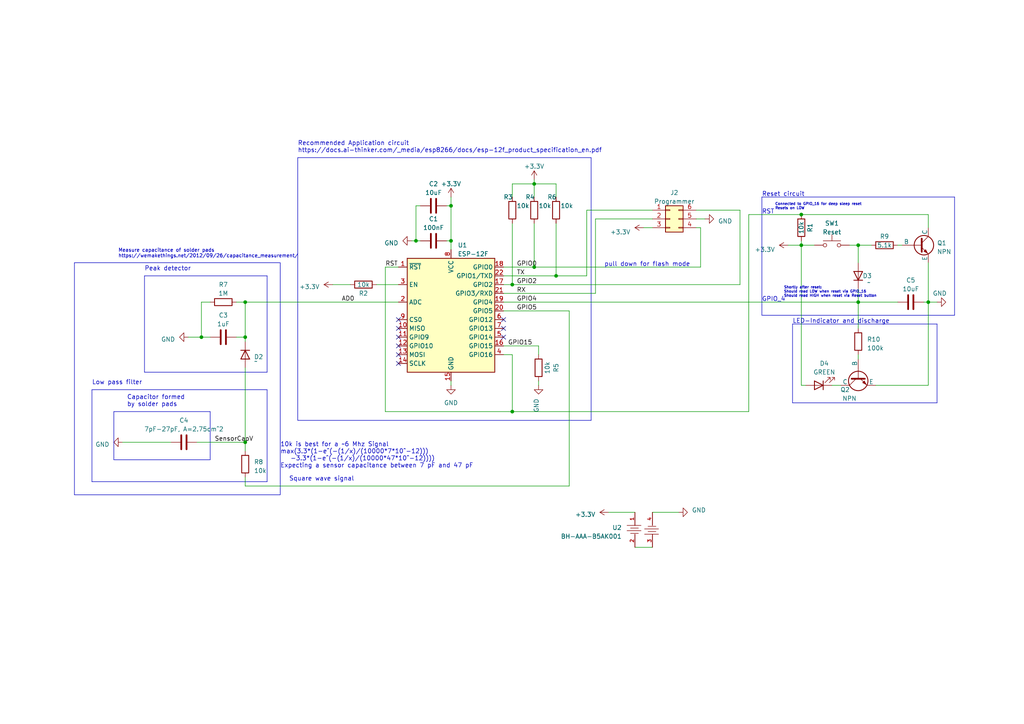
<source format=kicad_sch>
(kicad_sch (version 20230121) (generator eeschema)
  (paper "A4")
  (title_block (title "ES-Plant") (date "2023-05-12") (rev "1.0"))
  (lib_symbols
    (symbol "Connector_Generic:Conn_02x03_Counter_Clockwise" (pin_names (offset 1.016) hide)
      (property "Reference" "J" (at 1.27 5.08 0))
      (property "Value" "Conn_02x03_Counter_Clockwise" (at 1.27 -5.08 0))
      (symbol "Conn_02x03_Counter_Clockwise_1_1"
        (rectangle (start -1.27 -2.413) (end 0 -2.667) (stroke (width 0.1524)))
        (rectangle (start -1.27 0.127) (end 0 -0.127) (stroke (width 0.1524)))
        (rectangle (start -1.27 2.667) (end 0 2.413) (stroke (width 0.1524)))
        (rectangle (start -1.27 3.81) (end 3.81 -3.81) (stroke (width 0.254)) (fill (type background)))
        (rectangle (start 3.81 -2.413) (end 2.54 -2.667) (stroke (width 0.1524)))
        (rectangle (start 3.81 0.127) (end 2.54 -0.127) (stroke (width 0.1524)))
        (rectangle (start 3.81 2.667) (end 2.54 2.413) (stroke (width 0.1524)))
        (pin passive line (at -5.08 2.54 0) (length 3.81) (name "Pin_1") (number "1"))
        (pin passive line (at -5.08 0 0) (length 3.81) (name "Pin_2") (number "2"))
        (pin passive line (at -5.08 -2.54 0) (length 3.81) (name "Pin_3") (number "3"))
        (pin passive line (at 7.62 -2.54 180) (length 3.81) (name "Pin_4") (number "4"))
        (pin passive line (at 7.62 0 180) (length 3.81) (name "Pin_5") (number "5"))
        (pin passive line (at 7.62 2.54 180) (length 3.81) (name "Pin_6") (number "6"))
      )
    )
    (symbol "Custom_Parts:BH-AAA-B5AK001" (pin_names hide)
      (property "Reference" "U" (at 0 1.27 0))
      (property "Value" "BH-AAA-B5AK001" (at 0 -5.08 0))
      (symbol "BH-AAA-B5AK001_0_1"
        (polyline (pts (xy -1.27 -0.254) (xy -1.27 -4.318)))
        (polyline (pts (xy -1.016 3.81) (xy -1.016 1.524)))
        (polyline (pts (xy -0.508 -1.27) (xy -0.508 -3.556)))
        (polyline (pts (xy -0.254 4.826) (xy -0.254 0.762)))
        (polyline (pts (xy 0.254 -0.254) (xy 0.254 -4.318)))
        (polyline (pts (xy 0.508 3.81) (xy 0.508 1.524)))
        (polyline (pts (xy 1.016 -1.27) (xy 1.016 -3.556)))
        (polyline (pts (xy 1.27 4.826) (xy 1.27 0.762)))
      )
      (symbol "BH-AAA-B5AK001_1_1"
        (pin power_out line (at 5.08 2.54 180) (length 3.81) (name "+") (number "1"))
        (pin power_in line (at -5.08 2.54 0) (length 3.81) (name "-") (number "2"))
        (pin power_out line (at -5.08 -2.54 0) (length 3.81) (name "+") (number "3"))
        (pin power_out line (at 5.08 -2.54 180) (length 3.81) (name "-") (number "4"))
      )
    )
    (symbol "Device:C" (pin_numbers hide) (pin_names (offset 0.254))
      (property "Reference" "C" (at 0.635 2.54 0))
      (property "Value" "C" (at 0.635 -2.54 0))
      (symbol "C_0_1"
        (polyline (pts (xy -2.032 -0.762) (xy 2.032 -0.762)) (stroke (width 0.508)))
        (polyline (pts (xy -2.032 0.762) (xy 2.032 0.762)) (stroke (width 0.508)))
      )
      (symbol "C_1_1"
        (pin passive line (at 0 3.81 270) (length 2.794) (name "~") (number "1"))
        (pin passive line (at 0 -3.81 90) (length 2.794) (name "~") (number "2"))
      )
    )
    (symbol "Device:D" (pin_numbers hide) (pin_names (offset 1.016) hide)
      (property "Reference" "D" (at 0 2.54 0))
      (property "Value" "D" (at 0 -2.54 0))
      (symbol "D_0_1"
        (polyline (pts (xy -1.27 1.27) (xy -1.27 -1.27)) (stroke (width 0.254)))
        (polyline (pts (xy 1.27 0) (xy -1.27 0)))
        (polyline (pts (xy 1.27 1.27) (xy 1.27 -1.27) (xy -1.27 0) (xy 1.27 1.27)) (stroke (width 0.254)))
      )
      (symbol "D_1_1"
        (pin passive line (at -3.81 0 0) (length 2.54) (name "K") (number "1"))
        (pin passive line (at 3.81 0 180) (length 2.54) (name "A") (number "2"))
      )
    )
    (symbol "Device:LED" (pin_numbers hide) (pin_names (offset 1.016) hide)
      (property "Reference" "D" (at 0 2.54 0))
      (property "Value" "LED" (at 0 -2.54 0))
      (symbol "LED_0_1"
        (polyline (pts (xy -1.27 -1.27) (xy -1.27 1.27)) (stroke (width 0.254)))
        (polyline (pts (xy -1.27 0) (xy 1.27 0)))
        (polyline (pts (xy 1.27 -1.27) (xy 1.27 1.27) (xy -1.27 0) (xy 1.27 -1.27)) (stroke (width 0.254)))
        (polyline (pts (xy -3.048 -0.762) (xy -4.572 -2.286) (xy -3.81 -2.286) (xy -4.572 -2.286) (xy -4.572 -1.524)))
        (polyline (pts (xy -1.778 -0.762) (xy -3.302 -2.286) (xy -2.54 -2.286) (xy -3.302 -2.286) (xy -3.302 -1.524)))
      )
      (symbol "LED_1_1"
        (pin passive line (at -3.81 0 0) (length 2.54) (name "K") (number "1"))
        (pin passive line (at 3.81 0 180) (length 2.54) (name "A") (number "2"))
      )
    )
    (symbol "Device:R" (pin_numbers hide) (pin_names (offset 0))
      (property "Reference" "R" (at 2.032 0 90))
      (property "Value" "R" (at 0 0 90))
      (symbol "R_0_1"
        (rectangle (start -1.016 -2.54) (end 1.016 2.54) (stroke (width 0.254)))
      )
      (symbol "R_1_1"
        (pin passive line (at 0 3.81 270) (length 1.27) (name "~") (number "1"))
        (pin passive line (at 0 -3.81 90) (length 1.27) (name "~") (number "2"))
      )
    )
    (symbol "RF_Module:ESP-12F"
      (property "Reference" "U" (at -12.7 19.05 0))
      (property "Value" "ESP-12F" (at 12.7 19.05 0))
      (symbol "ESP-12F_0_1"
        (rectangle (start -12.7 17.78) (end 12.7 -15.24) (stroke (width 0.254)) (fill (type background)))
      )
      (symbol "ESP-12F_1_1"
        (pin input line (at -15.24 15.24 0) (length 2.54) (name "~{RST}") (number "1"))
        (pin bidirectional line (at -15.24 -2.54 0) (length 2.54) (name "MISO") (number "10"))
        (pin bidirectional line (at -15.24 -5.08 0) (length 2.54) (name "GPIO9") (number "11"))
        (pin bidirectional line (at -15.24 -7.62 0) (length 2.54) (name "GPIO10") (number "12"))
        (pin bidirectional line (at -15.24 -10.16 0) (length 2.54) (name "MOSI") (number "13"))
        (pin bidirectional line (at -15.24 -12.7 0) (length 2.54) (name "SCLK") (number "14"))
        (pin power_in line (at 0 -17.78 90) (length 2.54) (name "GND") (number "15"))
        (pin bidirectional line (at 15.24 -7.62 180) (length 2.54) (name "GPIO15") (number "16"))
        (pin bidirectional line (at 15.24 10.16 180) (length 2.54) (name "GPIO2") (number "17"))
        (pin bidirectional line (at 15.24 15.24 180) (length 2.54) (name "GPIO0") (number "18"))
        (pin bidirectional line (at 15.24 5.08 180) (length 2.54) (name "GPIO4") (number "19"))
        (pin input line (at -15.24 5.08 0) (length 2.54) (name "ADC") (number "2"))
        (pin bidirectional line (at 15.24 2.54 180) (length 2.54) (name "GPIO5") (number "20"))
        (pin bidirectional line (at 15.24 7.62 180) (length 2.54) (name "GPIO3/RXD") (number "21"))
        (pin bidirectional line (at 15.24 12.7 180) (length 2.54) (name "GPIO1/TXD") (number "22"))
        (pin input line (at -15.24 10.16 0) (length 2.54) (name "EN") (number "3"))
        (pin bidirectional line (at 15.24 -10.16 180) (length 2.54) (name "GPIO16") (number "4"))
        (pin bidirectional line (at 15.24 -5.08 180) (length 2.54) (name "GPIO14") (number "5"))
        (pin bidirectional line (at 15.24 0 180) (length 2.54) (name "GPIO12") (number "6"))
        (pin bidirectional line (at 15.24 -2.54 180) (length 2.54) (name "GPIO13") (number "7"))
        (pin power_in line (at 0 20.32 270) (length 2.54) (name "VCC") (number "8"))
        (pin input line (at -15.24 0 0) (length 2.54) (name "CS0") (number "9"))
      )
    )
    (symbol "Simulation_SPICE:NPN" (pin_numbers hide) (pin_names (offset 0))
      (property "Reference" "Q" (at -2.54 7.62 0))
      (property "Value" "NPN" (at -2.54 5.08 0))
      (symbol "NPN_0_1"
        (polyline (pts (xy -2.54 0) (xy 0.635 0)) (stroke (width 0.1524)))
        (polyline (pts (xy 0.635 0.635) (xy 2.54 2.54)))
        (polyline (pts (xy 2.794 -1.27) (xy 2.794 -1.27)) (stroke (width 0.1524)))
        (polyline (pts (xy 2.794 -1.27) (xy 2.794 -1.27)) (stroke (width 0.1524)))
        (polyline (pts (xy 0.635 -0.635) (xy 2.54 -2.54) (xy 2.54 -2.54)))
        (polyline (pts (xy 0.635 1.905) (xy 0.635 -1.905) (xy 0.635 -1.905)) (stroke (width 0.508)))
        (polyline (pts (xy 1.27 -1.778) (xy 1.778 -1.27) (xy 2.286 -2.286) (xy 1.27 -1.778) (xy 1.27 -1.778)) (fill (type outline)))
        (circle (center 1.27 0) (radius 2.8194) (stroke (width 0.254)))
      )
      (symbol "NPN_1_1"
        (pin open_collector line (at 2.54 5.08 270) (length 2.54) (name "C") (number "1"))
        (pin input line (at -5.08 0 0) (length 2.54) (name "B") (number "2"))
        (pin open_emitter line (at 2.54 -5.08 90) (length 2.54) (name "E") (number "3"))
      )
    )
    (symbol "Switch:SW_Push" (pin_numbers hide) (pin_names (offset 1.016) hide)
      (property "Reference" "SW" (at 1.27 2.54 0))
      (property "Value" "SW_Push" (at 0 -1.524 0))
      (symbol "SW_Push_0_1"
        (circle (center -2.032 0) (radius 0.508))
        (polyline (pts (xy 0 1.27) (xy 0 3.048)))
        (polyline (pts (xy 2.54 1.27) (xy -2.54 1.27)))
        (circle (center 2.032 0) (radius 0.508))
        (pin passive line (at -5.08 0 0) (length 2.54) (name "1") (number "1"))
        (pin passive line (at 5.08 0 180) (length 2.54) (name "2") (number "2"))
      )
    )
    (symbol "power:+3.3V" (power) (pin_names (offset 0))
      (property "Value" "+3.3V" (at 0 3.556 0))
      (symbol "+3.3V_0_1"
        (polyline (pts (xy -0.762 1.27) (xy 0 2.54)))
        (polyline (pts (xy 0 0) (xy 0 2.54)))
        (polyline (pts (xy 0 2.54) (xy 0.762 1.27)))
      )
      (symbol "+3.3V_1_1"
        (pin power_in line (at 0 0 90) (length 0) hide (name "+3.3V") (number "1"))
      )
    )
    (symbol "power:GND" (power) (pin_names (offset 0))
      (property "Value" "GND" (at 0 -3.81 0))
      (symbol "GND_0_1"
        (polyline (pts (xy 0 0) (xy 0 -1.27) (xy 1.27 -1.27) (xy 0 -2.54) (xy -1.27 -1.27) (xy 0 -1.27)))
      )
      (symbol "GND_1_1"
        (pin power_in line (at 0 0 270) (length 0) hide (name "GND") (number "1"))
      )
    )
  )
  (junction (at 154.94 77.47))
  (junction (at 130.81 69.85))
  (junction (at 161.29 80.01))
  (junction (at 248.92 71.12))
  (junction (at 232.41 71.12))
  (junction (at 120.65 69.85))
  (junction (at 148.59 82.55))
  (junction (at 58.42 97.79))
  (junction (at 269.24 87.63))
  (junction (at 154.94 53.34))
  (junction (at 232.41 62.23))
  (junction (at 148.59 119.38))
  (junction (at 71.12 128.27))
  (junction (at 71.12 97.79))
  (junction (at 130.81 59.69))
  (junction (at 71.12 87.63))
  (junction (at 248.92 87.63))
  (no_connect (at 115.57 105.41))
  (no_connect (at 115.57 97.79))
  (no_connect (at 115.57 102.87))
  (no_connect (at 146.05 95.25))
  (no_connect (at 115.57 92.71))
  (no_connect (at 115.57 100.33))
  (no_connect (at 146.05 92.71))
  (no_connect (at 146.05 97.79))
  (no_connect (at 115.57 95.25))
  (wire (pts (xy 120.65 69.85) (xy 121.92 69.85)))
  (polyline (pts (xy 26.67 139.7) (xy 77.47 139.7)))
  (polyline (pts (xy 33.02 119.38) (xy 33.02 133.35)))
  (wire (pts (xy 269.24 62.23) (xy 269.24 66.04)))
  (wire (pts (xy 246.38 71.12) (xy 248.92 71.12)))
  (wire (pts (xy 148.59 64.77) (xy 148.59 82.55)))
  (wire (pts (xy 154.94 64.77) (xy 154.94 77.47)))
  (wire (pts (xy 148.59 102.87) (xy 148.59 119.38)))
  (wire (pts (xy 111.76 77.47) (xy 111.76 119.38)))
  (polyline (pts (xy 60.96 133.35) (xy 60.96 119.38)))
  (polyline (pts (xy 276.86 91.44) (xy 220.98 91.44)))
  (wire (pts (xy 232.41 62.23) (xy 269.24 62.23)))
  (wire (pts (xy 203.2 66.04) (xy 201.93 66.04)))
  (wire (pts (xy 148.59 82.55) (xy 214.63 82.55)))
  (polyline (pts (xy 21.59 76.2) (xy 81.28 76.2)))
  (wire (pts (xy 156.21 102.87) (xy 156.21 100.33)))
  (wire (pts (xy 58.42 97.79) (xy 60.96 97.79)))
  (wire (pts (xy 109.22 82.55) (xy 115.57 82.55)))
  (wire (pts (xy 71.12 138.43) (xy 71.12 140.97)))
  (wire (pts (xy 232.41 69.85) (xy 232.41 71.12)))
  (wire (pts (xy 130.81 57.15) (xy 130.81 59.69)))
  (wire (pts (xy 269.24 87.63) (xy 269.24 111.76)))
  (wire (pts (xy 119.38 69.85) (xy 120.65 69.85)))
  (wire (pts (xy 248.92 87.63) (xy 248.92 95.25)))
  (wire (pts (xy 189.23 148.59) (xy 196.85 148.59)))
  (wire (pts (xy 203.2 77.47) (xy 203.2 66.04)))
  (wire (pts (xy 57.15 128.27) (xy 71.12 128.27)))
  (wire (pts (xy 217.17 62.23) (xy 232.41 62.23)))
  (wire (pts (xy 232.41 111.76) (xy 233.68 111.76)))
  (wire (pts (xy 172.72 63.5) (xy 189.23 63.5)))
  (polyline (pts (xy 271.78 93.98) (xy 271.78 116.84)))
  (wire (pts (xy 248.92 83.82) (xy 248.92 87.63)))
  (polyline (pts (xy 271.78 116.84) (xy 229.87 116.84)))
  (wire (pts (xy 146.05 87.63) (xy 248.92 87.63)))
  (wire (pts (xy 146.05 102.87) (xy 148.59 102.87)))
  (wire (pts (xy 129.54 59.69) (xy 130.81 59.69)))
  (wire (pts (xy 232.41 71.12) (xy 232.41 111.76)))
  (wire (pts (xy 68.58 87.63) (xy 71.12 87.63)))
  (polyline (pts (xy 21.59 143.51) (xy 81.28 143.51)))
  (wire (pts (xy 120.65 59.69) (xy 120.65 69.85)))
  (wire (pts (xy 96.52 82.55) (xy 101.6 82.55)))
  (wire (pts (xy 71.12 87.63) (xy 115.57 87.63)))
  (wire (pts (xy 161.29 80.01) (xy 170.18 80.01)))
  (wire (pts (xy 60.96 87.63) (xy 58.42 87.63)))
  (wire (pts (xy 201.93 63.5) (xy 204.47 63.5)))
  (wire (pts (xy 254 111.76) (xy 269.24 111.76)))
  (wire (pts (xy 154.94 53.34) (xy 154.94 57.15)))
  (wire (pts (xy 165.1 90.17) (xy 165.1 140.97)))
  (wire (pts (xy 176.53 148.59) (xy 184.15 148.59)))
  (wire (pts (xy 54.61 97.79) (xy 58.42 97.79)))
  (wire (pts (xy 228.6 71.12) (xy 232.41 71.12)))
  (wire (pts (xy 146.05 90.17) (xy 165.1 90.17)))
  (wire (pts (xy 148.59 53.34) (xy 148.59 57.15)))
  (wire (pts (xy 241.3 111.76) (xy 243.84 111.76)))
  (wire (pts (xy 146.05 77.47) (xy 154.94 77.47)))
  (wire (pts (xy 170.18 80.01) (xy 170.18 60.96)))
  (wire (pts (xy 121.92 59.69) (xy 120.65 59.69)))
  (wire (pts (xy 111.76 77.47) (xy 115.57 77.47)))
  (polyline (pts (xy 220.98 57.15) (xy 220.98 91.44)))
  (polyline (pts (xy 276.86 57.15) (xy 276.86 91.44)))
  (polyline (pts (xy 171.45 121.92) (xy 171.45 45.72)))
  (wire (pts (xy 214.63 82.55) (xy 214.63 60.96)))
  (wire (pts (xy 161.29 53.34) (xy 161.29 57.15)))
  (polyline (pts (xy 229.87 93.98) (xy 271.78 93.98)))
  (wire (pts (xy 35.56 128.27) (xy 49.53 128.27)))
  (wire (pts (xy 248.92 71.12) (xy 248.92 76.2)))
  (wire (pts (xy 146.05 82.55) (xy 148.59 82.55)))
  (wire (pts (xy 148.59 53.34) (xy 154.94 53.34)))
  (polyline (pts (xy 86.36 45.72) (xy 171.45 45.72)))
  (polyline (pts (xy 26.67 113.03) (xy 77.47 113.03)))
  (wire (pts (xy 130.81 69.85) (xy 130.81 72.39)))
  (wire (pts (xy 170.18 60.96) (xy 189.23 60.96)))
  (wire (pts (xy 248.92 87.63) (xy 260.35 87.63)))
  (polyline (pts (xy 220.98 57.15) (xy 276.86 57.15)))
  (wire (pts (xy 146.05 85.09) (xy 172.72 85.09)))
  (wire (pts (xy 130.81 59.69) (xy 130.81 69.85)))
  (wire (pts (xy 232.41 71.12) (xy 236.22 71.12)))
  (polyline (pts (xy 21.59 143.51) (xy 21.59 76.2)))
  (wire (pts (xy 71.12 87.63) (xy 71.12 97.79)))
  (wire (pts (xy 129.54 69.85) (xy 130.81 69.85)))
  (polyline (pts (xy 33.02 119.38) (xy 60.96 119.38)))
  (polyline (pts (xy 86.36 121.92) (xy 171.45 121.92)))
  (wire (pts (xy 248.92 102.87) (xy 248.92 104.14)))
  (polyline (pts (xy 26.67 113.03) (xy 26.67 139.7)))
  (wire (pts (xy 260.35 71.12) (xy 261.62 71.12)))
  (wire (pts (xy 165.1 140.97) (xy 71.12 140.97)))
  (polyline (pts (xy 229.87 93.98) (xy 229.87 116.84)))
  (wire (pts (xy 186.69 66.04) (xy 189.23 66.04)))
  (wire (pts (xy 68.58 97.79) (xy 71.12 97.79)))
  (polyline (pts (xy 33.02 133.35) (xy 60.96 133.35)))
  (polyline (pts (xy 86.36 45.72) (xy 86.36 121.92)))
  (polyline (pts (xy 41.91 107.95) (xy 77.47 107.95)))
  (polyline (pts (xy 41.91 80.01) (xy 41.91 107.95)))
  (wire (pts (xy 71.12 128.27) (xy 71.12 130.81)))
  (wire (pts (xy 248.92 71.12) (xy 252.73 71.12)))
  (wire (pts (xy 71.12 97.79) (xy 71.12 99.06)))
  (wire (pts (xy 130.81 110.49) (xy 130.81 111.76)))
  (wire (pts (xy 154.94 52.07) (xy 154.94 53.34)))
  (wire (pts (xy 184.15 158.75) (xy 189.23 158.75)))
  (wire (pts (xy 172.72 63.5) (xy 172.72 85.09)))
  (wire (pts (xy 156.21 110.49) (xy 156.21 111.76)))
  (wire (pts (xy 148.59 119.38) (xy 217.17 119.38)))
  (wire (pts (xy 71.12 106.68) (xy 71.12 128.27)))
  (wire (pts (xy 146.05 100.33) (xy 156.21 100.33)))
  (wire (pts (xy 154.94 77.47) (xy 203.2 77.47)))
  (wire (pts (xy 58.42 87.63) (xy 58.42 97.79)))
  (wire (pts (xy 154.94 53.34) (xy 161.29 53.34)))
  (wire (pts (xy 269.24 76.2) (xy 269.24 87.63)))
  (polyline (pts (xy 77.47 80.01) (xy 41.91 80.01)))
  (wire (pts (xy 161.29 64.77) (xy 161.29 80.01)))
  (wire (pts (xy 217.17 62.23) (xy 217.17 119.38)))
  (polyline (pts (xy 77.47 139.7) (xy 77.47 113.03)))
  (wire (pts (xy 269.24 87.63) (xy 271.78 87.63)))
  (polyline (pts (xy 77.47 80.01) (xy 77.47 107.95)))
  (wire (pts (xy 214.63 60.96) (xy 201.93 60.96)))
  (wire (pts (xy 267.97 87.63) (xy 269.24 87.63)))
  (wire (pts (xy 148.59 119.38) (xy 111.76 119.38)))
  (wire (pts (xy 146.05 80.01) (xy 161.29 80.01)))
  (polyline (pts (xy 81.28 76.2) (xy 81.28 143.51)))
  (text "Capacitor formed\nby solder pads" (at 36.83 118.11 0) (effects (font (size 1.27 1.27)) (justify left bottom)))
  (text "Square wave signal" (at 83.82 139.7 0) (effects (font (size 1.27 1.27)) (justify left bottom)))
  (text "10k is best for a ~6 Mhz Signal\nmax(3.3*(1-e^(-(1/x)/(10000*7*10^-12)))\n   -3.3*(1-e^(-(1/x)/(10000*47*10^-12))))\nExpecting a sensor capacitance between 7 pF and 47 pF" (at 81.28 135.89 0) (effects (font (size 1.27 1.27)) (justify left bottom)))
  (text "Connected to GPIO_16 for deep sleep reset\nResets on LOW" (at 224.79 60.96 0) (effects (font (size 0.75 0.75)) (justify left bottom)))
  (text "Shortly after reset:\nShould read LOW when reset via GPIO_16\nShould read HIGH when reset via Reset button" (at 227.33 86.36 0) (effects (font (size 0.75 0.75)) (justify left bottom)))
  (text "Recommended Application circuit\nhttps://docs.ai-thinker.com/_media/esp8266/docs/esp-12f_product_specification_en.pdf" (at 86.36 44.45 0) (effects (font (size 1.27 1.27)) (justify left bottom)))
  (text "GPIO_4" (at 220.98 87.63 0) (effects (font (size 1.27 1.27)) (justify left bottom)))
  (text "Measure capacitance of solder pads\nhttps://wemakethings.net/2012/09/26/capacitance_measurement/" (at 34.29 74.93 0) (effects (font (size 1 1)) (justify left bottom)))
  (text "Peak detector" (at 41.91 78.74 0) (effects (font (size 1.27 1.27)) (justify left bottom)))
  (text "RST" (at 220.98 62.23 0) (effects (font (size 1.27 1.27)) (justify left bottom)))
  (text "pull down for flash mode" (at 175.26 77.47 0) (effects (font (size 1.27 1.27)) (justify left bottom)))
  (text "Low pass filter" (at 26.67 111.76 0) (effects (font (size 1.27 1.27)) (justify left bottom)))
  (text "LED-Indicator and discharge" (at 229.87 93.98 0) (effects (font (size 1.27 1.27)) (justify left bottom)))
  (text "Reset circuit" (at 220.98 57.15 0) (effects (font (size 1.27 1.27)) (justify left bottom)))
  (label "GPIO15" (at 147.32 100.33 0))
  (label "AD0" (at 99.06 87.63 0))
  (label "TX" (at 149.86 80.01 0))
  (label "GPIO0" (at 149.86 77.47 0))
  (label "SensorCapV" (at 62.23 128.27 0))
  (label "RX" (at 149.86 85.09 0))
  (label "GPIO5" (at 149.86 90.17 0))
  (label "RST" (at 111.76 77.47 0))
  (label "GPIO2" (at 149.86 82.55 0))
  (label "GPIO4" (at 149.86 87.63 0))
  (symbol (lib_id "Device:R") (at 232.41 66.04 180) (unit 1)
    (property "Reference" "R1" (at 234.95 66.04 90))
    (property "Value" "10k" (at 232.41 66.04 90))
    (property "Footprint" "Resistor_SMD:R_0402_1005Metric" (effects hide))
    (property "LCSC" "C25744" (effects hide))
    (property "MPN" "C25744" (effects hide))
  )
  (symbol (lib_id "Connector_Generic:Conn_02x03_Counter_Clockwise") (at 194.31 63.5 0) (unit 1) (in_bom no)
    (property "Reference" "J2" (at 195.58 55.88 0))
    (property "Value" "Programmer" (at 195.58 58.42 0))
    (property "Footprint" "Connector_PinHeader_2.54mm:PinHeader_2x03_P2.54mm_Vertical" (effects hide))
  )
  (symbol (lib_id "Simulation_SPICE:NPN") (at 266.7 71.12 0) (unit 1)
    (property "Reference" "Q1" (at 271.78 70.485 0) (effects (justify left)))
    (property "Value" "NPN" (at 271.78 73.025 0) (effects (justify left)))
    (property "Footprint" "Package_TO_SOT_SMD:SOT-23" (effects hide))
    (property "Sim.Device" "NPN" (effects hide))
    (property "Sim.Type" "GUMMELPOON" (effects hide))
    (property "Sim.Pins" "1=C 2=B 3=E" (effects hide))
    (property "LCSC" "C2146" (effects hide))
    (property "MPN" "C2146" (effects hide))
    (property "JLCPCB Rotation Offset" "180" (effects hide))
  )
  (symbol (lib_id "Switch:SW_Push") (at 241.3 71.12 0) (unit 1)
    (property "Reference" "SW1" (at 241.3 64.77 0))
    (property "Value" "Reset" (at 241.3 67.31 0))
    (property "Footprint" "CustomFootprints:SW_Push_1P1T_XKB_TS-1187A" (effects hide))
    (property "LCSC" "C318884" (effects hide))
    (property "MPN" "C318884" (effects hide))
  )
  (symbol (lib_id "power:GND") (at 54.61 97.79 270) (unit 1)
    (property "Reference" "#PWR013" (effects hide))
    (property "Value" "GND" (at 50.8 98.425 90) (effects (justify right)))
  )
  (symbol (lib_id "Device:D") (at 248.92 80.01 90) (unit 1)
    (property "Reference" "D3" (at 250.19 80.01 90) (effects (justify right)))
    (property "Value" "~" (at 251.46 81.915 90) (effects (justify right)))
    (property "Footprint" "Diode_SMD:D_SOD-123F" (effects hide))
    (property "Sim.Device" "D" (effects hide))
    (property "Sim.Pins" "1=K 2=A" (effects hide))
    (property "LCSC" "C81598" (effects hide))
    (property "MPN" "C81598" (effects hide))
  )
  (symbol (lib_id "power:+3.3V") (at 186.69 66.04 90) (unit 1)
    (property "Reference" "#PWR06" (effects hide))
    (property "Value" "+3.3V" (at 182.88 67.31 90) (effects (justify left)))
  )
  (symbol (lib_id "Device:C") (at 125.73 69.85 90) (unit 1)
    (property "Reference" "C1" (at 125.73 63.5 90))
    (property "Value" "100nF" (at 125.73 66.04 90))
    (property "Footprint" "Capacitor_SMD:C_0402_1005Metric" (effects hide))
    (property "LCSC" "C1525" (effects hide))
    (property "MPN" "C1525" (effects hide))
  )
  (symbol (lib_id "Device:R") (at 148.59 60.96 0) (unit 1)
    (property "Reference" "R3" (at 146.05 57.15 0) (effects (justify left)))
    (property "Value" "10k" (at 149.86 59.69 0) (effects (justify left)))
    (property "Footprint" "Resistor_SMD:R_0402_1005Metric" (effects hide))
    (property "LCSC" "C25744" (effects hide))
    (property "MPN" "C25744" (effects hide))
  )
  (symbol (lib_id "power:+3.3V") (at 130.81 57.15 0) (unit 1)
    (property "Reference" "#PWR01" (effects hide))
    (property "Value" "+3.3V" (at 130.81 53.34 0))
  )
  (symbol (lib_id "power:GND") (at 35.56 128.27 270) (unit 1)
    (property "Reference" "#PWR014" (effects hide))
    (property "Value" "GND" (at 31.75 128.905 90) (effects (justify right)))
  )
  (symbol (lib_id "power:GND") (at 156.21 111.76 0) (unit 1)
    (property "Reference" "#PWR012" (effects hide))
    (property "Value" "GND" (at 155.575 115.57 90) (effects (justify right)))
  )
  (symbol (lib_id "power:GND") (at 130.81 111.76 0) (unit 1)
    (property "Reference" "#PWR02" (effects hide))
    (property "Value" "GND" (at 130.81 116.84 0))
  )
  (symbol (lib_id "power:GND") (at 119.38 69.85 270) (unit 1)
    (property "Reference" "#PWR03" (effects hide))
    (property "Value" "GND" (at 115.57 70.485 90) (effects (justify right)))
  )
  (symbol (lib_id "power:GND") (at 196.85 148.59 90) (unit 1)
    (property "Reference" "#PWR07" (effects hide))
    (property "Value" "GND" (at 200.66 147.955 90) (effects (justify right)))
  )
  (symbol (lib_id "power:+3.3V") (at 154.94 52.07 0) (unit 1)
    (property "Reference" "#PWR08" (effects hide))
    (property "Value" "+3.3V" (at 154.94 48.26 0))
  )
  (symbol (lib_id "Device:R") (at 256.54 71.12 90) (unit 1)
    (property "Reference" "R9" (at 256.54 68.58 90))
    (property "Value" "5.1k" (at 256.54 71.12 90))
    (property "Footprint" "Resistor_SMD:R_0402_1005Metric" (effects hide))
    (property "LCSC" "C25905" (effects hide))
    (property "MPN" "C25905" (effects hide))
  )
  (symbol (lib_id "Device:C") (at 64.77 97.79 90) (unit 1)
    (property "Reference" "C3" (at 64.77 91.44 90))
    (property "Value" "1uF" (at 64.77 93.98 90))
    (property "Footprint" "Capacitor_SMD:C_0402_1005Metric" (effects hide))
    (property "LCSC" "C52923" (effects hide))
    (property "MPN" "C52923" (effects hide))
  )
  (symbol (lib_id "Device:R") (at 154.94 60.96 0) (unit 1)
    (property "Reference" "R4" (at 152.4 57.15 0) (effects (justify left)))
    (property "Value" "10k" (at 156.21 59.69 0) (effects (justify left)))
    (property "Footprint" "Resistor_SMD:R_0402_1005Metric" (effects hide))
    (property "LCSC" "C25744" (effects hide))
    (property "MPN" "C25744" (effects hide))
  )
  (symbol (lib_id "power:+3.3V") (at 96.52 82.55 90) (unit 1)
    (property "Reference" "#PWR04" (effects hide))
    (property "Value" "+3.3V" (at 92.71 83.185 90) (effects (justify left)))
  )
  (symbol (lib_id "power:GND") (at 204.47 63.5 90) (unit 1)
    (property "Reference" "#PWR010" (effects hide))
    (property "Value" "GND" (at 208.28 64.135 90) (effects (justify right)))
  )
  (symbol (lib_id "power:+3.3V") (at 228.6 71.12 90) (unit 1)
    (property "Reference" "#PWR011" (effects hide))
    (property "Value" "+3.3V" (at 224.79 72.39 90) (effects (justify left)))
  )
  (symbol (lib_id "Device:C") (at 264.16 87.63 90) (unit 1)
    (property "Reference" "C5" (at 264.16 81.28 90))
    (property "Value" "10uF" (at 264.16 83.82 90))
    (property "Footprint" "Capacitor_SMD:C_0402_1005Metric" (effects hide))
    (property "LCSC" "C15525" (effects hide))
    (property "MPN" "C15525" (effects hide))
  )
  (symbol (lib_id "Device:R") (at 161.29 60.96 0) (unit 1)
    (property "Reference" "R6" (at 158.75 57.15 0) (effects (justify left)))
    (property "Value" "10k" (at 162.56 59.69 0) (effects (justify left)))
    (property "Footprint" "Resistor_SMD:R_0402_1005Metric" (effects hide))
    (property "LCSC" "C25744" (effects hide))
    (property "MPN" "C25744" (effects hide))
  )
  (symbol (lib_id "Device:LED") (at 237.49 111.76 180) (unit 1)
    (property "Reference" "D4" (at 239.0775 105.41 0))
    (property "Value" "GREEN" (at 239.0775 107.95 0))
    (property "Footprint" "LED_SMD:LED_0805_2012Metric" (effects hide))
    (property "LCSC" "C2297" (effects hide))
    (property "MPN" "C2297" (effects hide))
  )
  (symbol (lib_id "Device:D") (at 71.12 102.87 270) (unit 1)
    (property "Reference" "D2" (at 73.66 103.505 90) (effects (justify left)))
    (property "Value" "~" (at 73.66 104.775 90) (effects (justify left)))
    (property "Footprint" "Diode_SMD:D_SOD-123F" (effects hide))
    (property "Sim.Device" "D" (effects hide))
    (property "Sim.Pins" "1=K 2=A" (effects hide))
    (property "LCSC" "C81598" (effects hide))
    (property "MPN" "C81598" (effects hide))
  )
  (symbol (lib_id "Device:C") (at 53.34 128.27 90) (unit 1)
    (property "Reference" "C4" (at 53.34 121.92 90))
    (property "Value" "7pF-27pF, A=2.75cm^2" (at 53.34 124.46 90))
  )
  (symbol (lib_id "power:GND") (at 271.78 87.63 90) (unit 1)
    (property "Reference" "#PWR016" (effects hide))
    (property "Value" "GND" (at 270.51 85.09 90) (effects (justify right)))
  )
  (symbol (lib_id "Device:R") (at 248.92 99.06 0) (unit 1)
    (property "Reference" "R10" (at 251.46 98.425 0) (effects (justify left)))
    (property "Value" "100k" (at 251.46 100.965 0) (effects (justify left)))
    (property "Footprint" "Resistor_SMD:R_0402_1005Metric" (effects hide))
    (property "LCSC" "C25741" (effects hide))
    (property "MPN" "C25741" (effects hide))
  )
  (symbol (lib_id "Simulation_SPICE:NPN") (at 248.92 109.22 90) (mirror x) (unit 1)
    (property "Reference" "Q2" (at 245.11 113.03 90))
    (property "Value" "NPN" (at 246.38 115.57 90))
    (property "Footprint" "Package_TO_SOT_SMD:SOT-23" (effects hide))
    (property "Sim.Device" "NPN" (effects hide))
    (property "Sim.Type" "GUMMELPOON" (effects hide))
    (property "Sim.Pins" "1=C 2=B 3=E" (effects hide))
    (property "LCSC" "C2146" (effects hide))
    (property "MPN" "C2146" (effects hide))
    (property "JLCPCB Rotation Offset" "180" (effects hide))
  )
  (symbol (lib_id "Device:R") (at 105.41 82.55 90) (unit 1)
    (property "Reference" "R2" (at 105.41 85.09 90))
    (property "Value" "10k" (at 105.41 82.55 90))
    (property "Footprint" "Resistor_SMD:R_0402_1005Metric" (effects hide))
    (property "LCSC" "C25744" (effects hide))
    (property "MPN" "C25744" (effects hide))
  )
  (symbol (lib_id "Custom_Parts:BH-AAA-B5AK001") (at 186.69 153.67 90) (unit 1)
    (property "Reference" "U2" (at 180.34 153.035 90) (effects (justify left)))
    (property "Value" "BH-AAA-B5AK001" (at 180.34 155.575 90) (effects (justify left)))
    (property "Footprint" "CustomFootprints:BAT-SMD_BH-AAA-B5AA001" (effects hide))
    (property "Datasheet" "https://item.szlcsc.com/1049847.html" (effects hide))
    (property "LCSC" "C964882" (effects hide))
    (property "MPN" "C964881" (effects hide))
  )
  (symbol (lib_id "power:+3.3V") (at 176.53 148.59 90) (unit 1)
    (property "Reference" "#PWR09" (effects hide))
    (property "Value" "+3.3V" (at 172.72 149.225 90) (effects (justify left)))
  )
  (symbol (lib_id "Device:C") (at 125.73 59.69 90) (unit 1)
    (property "Reference" "C2" (at 125.73 53.34 90))
    (property "Value" "10uF" (at 125.73 55.88 90))
    (property "Footprint" "Capacitor_SMD:C_0402_1005Metric" (effects hide))
    (property "LCSC" "C15525" (effects hide))
    (property "MPN" "C15525" (effects hide))
  )
  (symbol (lib_id "RF_Module:ESP-12F") (at 130.81 92.71 0) (unit 1)
    (property "Reference" "U1" (at 132.7659 71.12 0) (effects (justify left)))
    (property "Value" "ESP-12F" (at 132.7659 73.66 0) (effects (justify left)))
    (property "Footprint" "RF_Module:ESP-12E" (effects hide))
    (property "Datasheet" "http://wiki.ai-thinker.com/_media/esp8266/esp8266_series_modules_user_manual_v1.1.pdf" (effects hide))
    (property "LCSC" "C82891" (effects hide))
    (property "MPN" "C82891" (effects hide))
    (property "JLCPCB Rotation Offset" "-90" (effects hide))
    (property "JLCPCB Position Offset" "4.1,0" (effects hide))
  )
  (symbol (lib_id "Device:R") (at 64.77 87.63 90) (unit 1)
    (property "Reference" "R7" (at 64.77 82.55 90))
    (property "Value" "1M" (at 64.77 85.09 90))
    (property "Footprint" "Resistor_SMD:R_0402_1005Metric" (effects hide))
    (property "LCSC" "C26083" (effects hide))
    (property "MPN" "C26083" (effects hide))
  )
  (symbol (lib_id "Device:R") (at 156.21 106.68 0) (unit 1)
    (property "Reference" "R5" (at 161.29 106.68 90))
    (property "Value" "10k" (at 158.75 106.68 90))
    (property "Footprint" "Resistor_SMD:R_0402_1005Metric" (effects hide))
    (property "LCSC" "C25744" (effects hide))
    (property "MPN" "C25744" (effects hide))
  )
  (symbol (lib_id "Device:R") (at 71.12 134.62 0) (unit 1)
    (property "Reference" "R8" (at 73.66 133.985 0) (effects (justify left)))
    (property "Value" "10k" (at 73.66 136.525 0) (effects (justify left)))
    (property "Footprint" "Resistor_SMD:R_0402_1005Metric" (effects hide))
    (property "LCSC" "C25744" (effects hide))
    (property "MPN" "C25744" (effects hide))
  )
)
</source>
